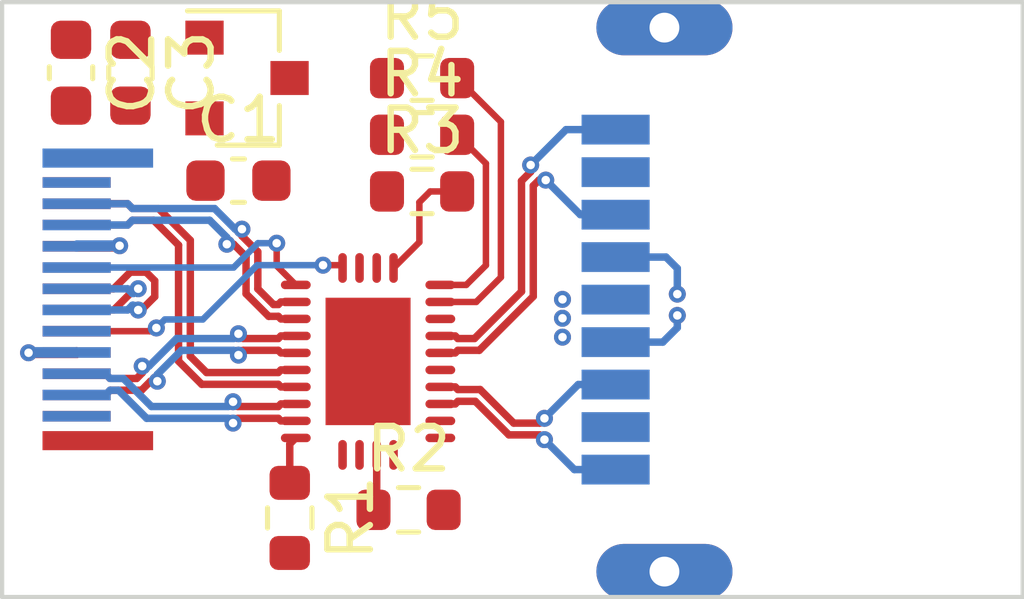
<source format=kicad_pcb>
(kicad_pcb (version 20171130) (host pcbnew "(5.1.10)-1")

  (general
    (thickness 0.8)
    (drawings 4)
    (tracks 230)
    (zones 0)
    (modules 12)
    (nets 25)
  )

  (page A4)
  (layers
    (0 F.Cu signal)
    (1 In1.Cu signal)
    (2 In2.Cu signal)
    (31 B.Cu signal)
    (32 B.Adhes user)
    (33 F.Adhes user)
    (34 B.Paste user)
    (35 F.Paste user)
    (36 B.SilkS user)
    (37 F.SilkS user)
    (38 B.Mask user)
    (39 F.Mask user)
    (40 Dwgs.User user hide)
    (41 Cmts.User user hide)
    (42 Eco1.User user hide)
    (43 Eco2.User user hide)
    (44 Edge.Cuts user)
    (45 Margin user)
    (46 B.CrtYd user hide)
    (47 F.CrtYd user hide)
    (48 B.Fab user hide)
    (49 F.Fab user hide)
  )

  (setup
    (last_trace_width 0.381)
    (user_trace_width 0.1016)
    (user_trace_width 0.127)
    (user_trace_width 0.1524)
    (user_trace_width 0.175006)
    (user_trace_width 0.2032)
    (user_trace_width 0.254)
    (user_trace_width 0.381)
    (user_trace_width 0.508)
    (trace_clearance 0.2)
    (zone_clearance 0.508)
    (zone_45_only no)
    (trace_min 0.1016)
    (via_size 0.4)
    (via_drill 0.2)
    (via_min_size 0)
    (via_min_drill 0)
    (user_via 0.01016 0.00508)
    (user_via 0.0127 0.00762)
    (uvia_size 0.3)
    (uvia_drill 0.1)
    (uvias_allowed no)
    (uvia_min_size 0.2)
    (uvia_min_drill 0.1)
    (edge_width 0.05)
    (segment_width 0.127)
    (pcb_text_width 0.3)
    (pcb_text_size 1.5 1.5)
    (mod_edge_width 0.12)
    (mod_text_size 1 1)
    (mod_text_width 0.15)
    (pad_size 1.524 1.524)
    (pad_drill 0.762)
    (pad_to_mask_clearance 0)
    (aux_axis_origin 0 0)
    (grid_origin 0 14)
    (visible_elements 7FFBFFFF)
    (pcbplotparams
      (layerselection 0x010fc_ffffffff)
      (usegerberextensions false)
      (usegerberattributes true)
      (usegerberadvancedattributes true)
      (creategerberjobfile true)
      (excludeedgelayer true)
      (linewidth 0.100000)
      (plotframeref false)
      (viasonmask false)
      (mode 1)
      (useauxorigin false)
      (hpglpennumber 1)
      (hpglpenspeed 20)
      (hpglpendiameter 15.000000)
      (psnegative false)
      (psa4output false)
      (plotreference true)
      (plotvalue true)
      (plotinvisibletext false)
      (padsonsilk false)
      (subtractmaskfromsilk false)
      (outputformat 1)
      (mirror false)
      (drillshape 1)
      (scaleselection 1)
      (outputdirectory ""))
  )

  (net 0 "")
  (net 1 GND)
  (net 2 VBUS)
  (net 3 VCC)
  (net 4 /TX1+)
  (net 5 /TX1-)
  (net 6 /CC1)
  (net 7 /D+)
  (net 8 /D-)
  (net 9 /RX2-)
  (net 10 /RX2+)
  (net 11 /TX2+)
  (net 12 /TX2-)
  (net 13 /CC2)
  (net 14 /RX1-)
  (net 15 /RX1+)
  (net 16 /TX+)
  (net 17 /TX-)
  (net 18 /RX+)
  (net 19 /RX-)
  (net 20 "Net-(R1-Pad1)")
  (net 21 "Net-(R2-Pad1)")
  (net 22 "Net-(R3-Pad2)")
  (net 23 "Net-(R4-Pad2)")
  (net 24 "Net-(R5-Pad2)")

  (net_class Default "This is the default net class."
    (clearance 0.2)
    (trace_width 0.25)
    (via_dia 0.4)
    (via_drill 0.2)
    (uvia_dia 0.3)
    (uvia_drill 0.1)
    (add_net /CC1)
    (add_net /CC2)
    (add_net GND)
    (add_net "Net-(R1-Pad1)")
    (add_net "Net-(R2-Pad1)")
    (add_net "Net-(R3-Pad2)")
    (add_net "Net-(R4-Pad2)")
    (add_net "Net-(R5-Pad2)")
    (add_net VBUS)
    (add_net VCC)
  )

  (net_class 90R_IN ""
    (clearance 0.1016)
    (trace_width 0.1016)
    (via_dia 0.4)
    (via_drill 0.2)
    (uvia_dia 0.3)
    (uvia_drill 0.1)
    (diff_pair_width 0.117602)
    (diff_pair_gap 0.1016)
    (add_net /D+)
    (add_net /D-)
  )

  (net_class 90R_OUT ""
    (clearance 0.1016)
    (trace_width 0.1016)
    (via_dia 0.4)
    (via_drill 0.2)
    (uvia_dia 0.3)
    (uvia_drill 0.1)
    (diff_pair_width 0.175006)
    (diff_pair_gap 0.1016)
    (add_net /RX+)
    (add_net /RX-)
    (add_net /RX1+)
    (add_net /RX1-)
    (add_net /RX2+)
    (add_net /RX2-)
    (add_net /TX+)
    (add_net /TX-)
    (add_net /TX1+)
    (add_net /TX1-)
    (add_net /TX2+)
    (add_net /TX2-)
  )

  (net_class POWER ""
    (clearance 0.1524)
    (trace_width 0.254)
    (via_dia 0.5)
    (via_drill 0.3)
    (uvia_dia 0.3)
    (uvia_drill 0.1)
  )

  (module VL160:USB-A-SMD_U231-091N-4BLRA00-S-1 (layer F.Cu) (tedit 61D7D0AA) (tstamp 61D557B4)
    (at 148 97 180)
    (path /61D5395C)
    (attr smd)
    (fp_text reference J2 (at 0 0) (layer Cmts.User) hide
      (effects (font (size 1.524 1.524) (thickness 0.05)) (justify mirror))
    )
    (fp_text value USB3_A (at 0 0) (layer Cmts.User) hide
      (effects (font (size 1.524 1.524) (thickness 0.05)) (justify mirror))
    )
    (pad 9 smd rect (at 0.57404 4.0005 270) (size 0.70104 1.6002) (layers B.Cu)
      (net 16 /TX+))
    (pad 1 smd rect (at 0.57404 2.99974 270) (size 0.70104 1.6002) (layers B.Cu)
      (net 2 VBUS))
    (pad 8 smd rect (at 0.57404 1.99898 270) (size 0.70104 1.6002) (layers B.Cu)
      (net 17 /TX-))
    (pad 2 smd rect (at 0.57404 1.00076 270) (size 0.70104 1.6002) (layers B.Cu)
      (net 8 /D-))
    (pad 7 smd rect (at 0.57404 0 270) (size 0.70104 1.6002) (layers B.Cu)
      (net 1 GND))
    (pad 3 smd rect (at 0.57404 -1.00076 270) (size 0.70104 1.6002) (layers B.Cu)
      (net 7 /D+))
    (pad 6 smd rect (at 0.57404 -1.99898 270) (size 0.70104 1.6002) (layers B.Cu)
      (net 18 /RX+))
    (pad 4 smd rect (at 0.57404 -2.99974 270) (size 0.70104 1.6002) (layers B.Cu)
      (net 1 GND))
    (pad 5 smd rect (at 0.57404 -4.0005 270) (size 0.70104 1.6002) (layers B.Cu)
      (net 19 /RX-))
    (pad 10 thru_hole oval (at -0.57404 6.4008 270) (size 1.30048 3.2004) (drill 0.70104) (layers *.Cu)
      (net 1 GND))
    (pad 11 thru_hole oval (at -0.57404 -6.4008 90) (size 1.30048 3.2004) (drill 0.70104) (layers *.Cu))
  )

  (module VL160:USB-C-SMD_TYPE-C-31-G-01 (layer F.Cu) (tedit 61D7D0BF) (tstamp 61D57A89)
    (at 135.001 96.9945 180)
    (path /61D5142D)
    (attr smd)
    (fp_text reference J1 (at 0 0) (layer F.CrtYd) hide
      (effects (font (size 1.524 1.524) (thickness 0.05)) (justify mirror))
    )
    (fp_text value USB_C_Receptacle (at 19.4945 -3.2385) (layer F.CrtYd) hide
      (effects (font (size 1.524 1.524) (thickness 0.05)) (justify mirror))
    )
    (pad A1 smd rect (at 0.24892 2.75082 90) (size 0.24892 1.6002) (layers B.Cu)
      (net 1 GND))
    (pad A2 smd rect (at 0.24892 2.25044 90) (size 0.24892 1.6002) (layers B.Cu)
      (net 4 /TX1+))
    (pad A3 smd rect (at 0.24892 1.75006 90) (size 0.24892 1.6002) (layers B.Cu)
      (net 5 /TX1-))
    (pad A4 smd rect (at 0.24892 1.24968 90) (size 0.24892 1.6002) (layers B.Cu)
      (net 2 VBUS))
    (pad A5 smd rect (at 0.24892 0.7493 90) (size 0.24892 1.6002) (layers B.Cu)
      (net 6 /CC1))
    (pad A6 smd rect (at 0.24892 0.24892 90) (size 0.24892 1.6002) (layers B.Cu)
      (net 7 /D+))
    (pad A7 smd rect (at 0.24892 -0.24892 90) (size 0.24892 1.6002) (layers B.Cu)
      (net 8 /D-))
    (pad A8 smd rect (at 0.24892 -0.7493 90) (size 0.24892 1.6002) (layers B.Cu))
    (pad A9 smd rect (at 0.24892 -1.24968 90) (size 0.24892 1.6002) (layers B.Cu)
      (net 2 VBUS))
    (pad A10 smd rect (at 0.24892 -1.75006 90) (size 0.24892 1.6002) (layers B.Cu)
      (net 9 /RX2-))
    (pad A11 smd rect (at 0.24892 -2.25044 90) (size 0.24892 1.6002) (layers B.Cu)
      (net 10 /RX2+))
    (pad A12 smd rect (at 0.24892 -2.75082 90) (size 0.24892 1.6002) (layers B.Cu)
      (net 1 GND))
    (pad S1 smd rect (at -0.24892 3.32486 90) (size 0.44958 2.60096) (layers B.Cu)
      (net 1 GND))
    (pad S1 smd rect (at -0.24892 -3.32486 90) (size 0.44958 2.60096) (layers F.Cu)
      (net 1 GND))
    (pad B1 smd rect (at 0.24892 -2.75082 90) (size 0.24892 1.6002) (layers F.Cu)
      (net 1 GND))
    (pad B2 smd rect (at 0.24892 -2.25044 90) (size 0.24892 1.6002) (layers F.Cu)
      (net 11 /TX2+))
    (pad B3 smd rect (at 0.24892 -1.75006 90) (size 0.24892 1.6002) (layers F.Cu)
      (net 12 /TX2-))
    (pad B4 smd rect (at 0.24892 -1.24968 90) (size 0.24892 1.6002) (layers F.Cu)
      (net 2 VBUS))
    (pad B5 smd rect (at 0.24892 -0.7493 90) (size 0.24892 1.6002) (layers F.Cu)
      (net 13 /CC2))
    (pad B6 smd rect (at 0.24892 -0.24892 90) (size 0.24892 1.6002) (layers F.Cu)
      (net 7 /D+))
    (pad B7 smd rect (at 0.24892 0.24892 90) (size 0.24892 1.6002) (layers F.Cu)
      (net 8 /D-))
    (pad B8 smd rect (at 0.24892 0.7493 90) (size 0.24892 1.6002) (layers F.Cu))
    (pad B9 smd rect (at 0.24892 1.24968 90) (size 0.24892 1.6002) (layers F.Cu)
      (net 2 VBUS))
    (pad B10 smd rect (at 0.24892 1.75006 90) (size 0.24892 1.6002) (layers F.Cu)
      (net 14 /RX1-))
    (pad B11 smd rect (at 0.24892 2.25044 90) (size 0.24892 1.6002) (layers F.Cu)
      (net 15 /RX1+))
    (pad B12 smd rect (at 0.24892 2.75082 90) (size 0.24892 1.6002) (layers F.Cu)
      (net 1 GND))
  )

  (module VL160:WQFN-28_L4.5-W3.5-H0.8-P0.4 (layer F.Cu) (tedit 61D7D0CC) (tstamp 61D55844)
    (at 141.605 98.455)
    (path /61D5D001)
    (attr smd)
    (fp_text reference U1 (at -5.207 -1.778) (layer F.CrtYd) hide
      (effects (font (size 1.524 1.524) (thickness 0.05)))
    )
    (fp_text value VL160 (at -23.1775 -0.9525) (layer F.CrtYd) hide
      (effects (font (size 1.524 1.524) (thickness 0.05)))
    )
    (pad 1 smd oval (at -1.69926 -1.80086) (size 0.70104 0.20066) (layers F.Cu)
      (net 6 /CC1))
    (pad 2 smd oval (at -1.69926 -1.39954) (size 0.70104 0.20066) (layers F.Cu)
      (net 4 /TX1+))
    (pad 3 smd oval (at -1.69926 -1.00076) (size 0.70104 0.20066) (layers F.Cu)
      (net 5 /TX1-))
    (pad 4 smd oval (at -1.69926 -0.59944) (size 0.70104 0.20066) (layers F.Cu)
      (net 12 /TX2-))
    (pad 5 smd oval (at -1.69926 -0.20066) (size 0.70104 0.20066) (layers F.Cu)
      (net 11 /TX2+))
    (pad 6 smd oval (at -1.69926 0.20066) (size 0.70104 0.20066) (layers F.Cu)
      (net 15 /RX1+))
    (pad 7 smd oval (at -1.69926 0.59944) (size 0.70104 0.20066) (layers F.Cu)
      (net 14 /RX1-))
    (pad 8 smd oval (at -1.69926 1.00076) (size 0.70104 0.20066) (layers F.Cu)
      (net 9 /RX2-))
    (pad 9 smd oval (at -1.69926 1.39954) (size 0.70104 0.20066) (layers F.Cu)
      (net 10 /RX2+))
    (pad 10 smd oval (at -1.69926 1.80086) (size 0.70104 0.20066) (layers F.Cu)
      (net 20 "Net-(R1-Pad1)"))
    (pad 29 smd rect (at 0 0) (size 1.99898 2.99974) (layers F.Cu))
    (pad 24 smd oval (at 1.69926 -1.80086) (size 0.70104 0.20066) (layers F.Cu)
      (net 23 "Net-(R4-Pad2)"))
    (pad 23 smd oval (at 1.69926 -1.39954) (size 0.70104 0.20066) (layers F.Cu)
      (net 24 "Net-(R5-Pad2)"))
    (pad 22 smd oval (at 1.69926 -1.00076) (size 0.70104 0.20066) (layers F.Cu))
    (pad 21 smd oval (at 1.69926 -0.59944) (size 0.70104 0.20066) (layers F.Cu)
      (net 16 /TX+))
    (pad 20 smd oval (at 1.69926 -0.20066) (size 0.70104 0.20066) (layers F.Cu)
      (net 17 /TX-))
    (pad 19 smd oval (at 1.69926 0.20066) (size 0.70104 0.20066) (layers F.Cu)
      (net 1 GND))
    (pad 18 smd oval (at 1.69926 0.59944) (size 0.70104 0.20066) (layers F.Cu)
      (net 18 /RX+))
    (pad 17 smd oval (at 1.69926 1.00076) (size 0.70104 0.20066) (layers F.Cu)
      (net 19 /RX-))
    (pad 16 smd oval (at 1.69926 1.39954) (size 0.70104 0.20066) (layers F.Cu))
    (pad 15 smd oval (at 1.69926 1.80086) (size 0.70104 0.20066) (layers F.Cu))
    (pad 28 smd oval (at -0.59944 -2.19964 90) (size 0.70104 0.20066) (layers F.Cu)
      (net 13 /CC2))
    (pad 27 smd oval (at -0.20066 -2.19964 90) (size 0.70104 0.20066) (layers F.Cu)
      (net 3 VCC))
    (pad 26 smd oval (at 0.2032 -2.19964 90) (size 0.70104 0.20066) (layers F.Cu)
      (net 3 VCC))
    (pad 25 smd oval (at 0.59944 -2.19964 90) (size 0.70104 0.20066) (layers F.Cu)
      (net 22 "Net-(R3-Pad2)"))
    (pad 11 smd oval (at -0.59944 2.19964 90) (size 0.70104 0.20066) (layers F.Cu))
    (pad 12 smd oval (at -0.20066 2.19964 90) (size 0.70104 0.20066) (layers F.Cu))
    (pad 13 smd oval (at 0.2032 2.19964 90) (size 0.70104 0.20066) (layers F.Cu)
      (net 21 "Net-(R2-Pad1)"))
    (pad 14 smd oval (at 0.59944 2.19964 90) (size 0.70104 0.20066) (layers F.Cu))
  )

  (module Package_TO_SOT_SMD:SOT-23 (layer F.Cu) (tedit 5A02FF57) (tstamp 61D55859)
    (at 138.759 91.785)
    (descr "SOT-23, Standard")
    (tags SOT-23)
    (path /61D7F2AC)
    (attr smd)
    (fp_text reference U2 (at 0 -2.5) (layer F.SilkS)
      (effects (font (size 1 1) (thickness 0.15)))
    )
    (fp_text value LM3480-5.0 (at 0 2.5) (layer F.Fab)
      (effects (font (size 1 1) (thickness 0.15)))
    )
    (fp_text user %R (at 0 0 90) (layer F.Fab)
      (effects (font (size 0.5 0.5) (thickness 0.075)))
    )
    (fp_line (start -0.7 -0.95) (end -0.7 1.5) (layer F.Fab) (width 0.1))
    (fp_line (start -0.15 -1.52) (end 0.7 -1.52) (layer F.Fab) (width 0.1))
    (fp_line (start -0.7 -0.95) (end -0.15 -1.52) (layer F.Fab) (width 0.1))
    (fp_line (start 0.7 -1.52) (end 0.7 1.52) (layer F.Fab) (width 0.1))
    (fp_line (start -0.7 1.52) (end 0.7 1.52) (layer F.Fab) (width 0.1))
    (fp_line (start 0.76 1.58) (end 0.76 0.65) (layer F.SilkS) (width 0.12))
    (fp_line (start 0.76 -1.58) (end 0.76 -0.65) (layer F.SilkS) (width 0.12))
    (fp_line (start -1.7 -1.75) (end 1.7 -1.75) (layer F.CrtYd) (width 0.05))
    (fp_line (start 1.7 -1.75) (end 1.7 1.75) (layer F.CrtYd) (width 0.05))
    (fp_line (start 1.7 1.75) (end -1.7 1.75) (layer F.CrtYd) (width 0.05))
    (fp_line (start -1.7 1.75) (end -1.7 -1.75) (layer F.CrtYd) (width 0.05))
    (fp_line (start 0.76 -1.58) (end -1.4 -1.58) (layer F.SilkS) (width 0.12))
    (fp_line (start 0.76 1.58) (end -0.7 1.58) (layer F.SilkS) (width 0.12))
    (pad 3 smd rect (at 1 0) (size 0.9 0.8) (layers F.Cu F.Paste F.Mask)
      (net 1 GND))
    (pad 2 smd rect (at -1 0.95) (size 0.9 0.8) (layers F.Cu F.Paste F.Mask)
      (net 2 VBUS))
    (pad 1 smd rect (at -1 -0.95) (size 0.9 0.8) (layers F.Cu F.Paste F.Mask)
      (net 3 VCC))
    (model ${KISYS3DMOD}/Package_TO_SOT_SMD.3dshapes/SOT-23.wrl
      (at (xyz 0 0 0))
      (scale (xyz 1 1 1))
      (rotate (xyz 0 0 0))
    )
  )

  (module Resistor_SMD:R_0603_1608Metric (layer F.Cu) (tedit 5F68FEEE) (tstamp 61D55809)
    (at 142.875 91.7875)
    (descr "Resistor SMD 0603 (1608 Metric), square (rectangular) end terminal, IPC_7351 nominal, (Body size source: IPC-SM-782 page 72, https://www.pcb-3d.com/wordpress/wp-content/uploads/ipc-sm-782a_amendment_1_and_2.pdf), generated with kicad-footprint-generator")
    (tags resistor)
    (path /61D73269)
    (attr smd)
    (fp_text reference R5 (at 0 -1.43) (layer F.SilkS)
      (effects (font (size 1 1) (thickness 0.15)))
    )
    (fp_text value 10K (at 0 1.43) (layer F.Fab)
      (effects (font (size 1 1) (thickness 0.15)))
    )
    (fp_text user %R (at 0 0) (layer F.Fab)
      (effects (font (size 0.4 0.4) (thickness 0.06)))
    )
    (fp_line (start -0.8 0.4125) (end -0.8 -0.4125) (layer F.Fab) (width 0.1))
    (fp_line (start -0.8 -0.4125) (end 0.8 -0.4125) (layer F.Fab) (width 0.1))
    (fp_line (start 0.8 -0.4125) (end 0.8 0.4125) (layer F.Fab) (width 0.1))
    (fp_line (start 0.8 0.4125) (end -0.8 0.4125) (layer F.Fab) (width 0.1))
    (fp_line (start -0.237258 -0.5225) (end 0.237258 -0.5225) (layer F.SilkS) (width 0.12))
    (fp_line (start -0.237258 0.5225) (end 0.237258 0.5225) (layer F.SilkS) (width 0.12))
    (fp_line (start -1.48 0.73) (end -1.48 -0.73) (layer F.CrtYd) (width 0.05))
    (fp_line (start -1.48 -0.73) (end 1.48 -0.73) (layer F.CrtYd) (width 0.05))
    (fp_line (start 1.48 -0.73) (end 1.48 0.73) (layer F.CrtYd) (width 0.05))
    (fp_line (start 1.48 0.73) (end -1.48 0.73) (layer F.CrtYd) (width 0.05))
    (pad 2 smd roundrect (at 0.825 0) (size 0.8 0.95) (layers F.Cu F.Paste F.Mask) (roundrect_rratio 0.25)
      (net 24 "Net-(R5-Pad2)"))
    (pad 1 smd roundrect (at -0.825 0) (size 0.8 0.95) (layers F.Cu F.Paste F.Mask) (roundrect_rratio 0.25)
      (net 3 VCC))
    (model ${KISYS3DMOD}/Resistor_SMD.3dshapes/R_0603_1608Metric.wrl
      (at (xyz 0 0 0))
      (scale (xyz 1 1 1))
      (rotate (xyz 0 0 0))
    )
  )

  (module Resistor_SMD:R_0603_1608Metric (layer F.Cu) (tedit 5F68FEEE) (tstamp 61D557F8)
    (at 142.875 93.121)
    (descr "Resistor SMD 0603 (1608 Metric), square (rectangular) end terminal, IPC_7351 nominal, (Body size source: IPC-SM-782 page 72, https://www.pcb-3d.com/wordpress/wp-content/uploads/ipc-sm-782a_amendment_1_and_2.pdf), generated with kicad-footprint-generator")
    (tags resistor)
    (path /61D7387F)
    (attr smd)
    (fp_text reference R4 (at 0 -1.43) (layer F.SilkS)
      (effects (font (size 1 1) (thickness 0.15)))
    )
    (fp_text value 10K (at 0 1.43) (layer F.Fab)
      (effects (font (size 1 1) (thickness 0.15)))
    )
    (fp_text user %R (at 0 0) (layer F.Fab)
      (effects (font (size 0.4 0.4) (thickness 0.06)))
    )
    (fp_line (start -0.8 0.4125) (end -0.8 -0.4125) (layer F.Fab) (width 0.1))
    (fp_line (start -0.8 -0.4125) (end 0.8 -0.4125) (layer F.Fab) (width 0.1))
    (fp_line (start 0.8 -0.4125) (end 0.8 0.4125) (layer F.Fab) (width 0.1))
    (fp_line (start 0.8 0.4125) (end -0.8 0.4125) (layer F.Fab) (width 0.1))
    (fp_line (start -0.237258 -0.5225) (end 0.237258 -0.5225) (layer F.SilkS) (width 0.12))
    (fp_line (start -0.237258 0.5225) (end 0.237258 0.5225) (layer F.SilkS) (width 0.12))
    (fp_line (start -1.48 0.73) (end -1.48 -0.73) (layer F.CrtYd) (width 0.05))
    (fp_line (start -1.48 -0.73) (end 1.48 -0.73) (layer F.CrtYd) (width 0.05))
    (fp_line (start 1.48 -0.73) (end 1.48 0.73) (layer F.CrtYd) (width 0.05))
    (fp_line (start 1.48 0.73) (end -1.48 0.73) (layer F.CrtYd) (width 0.05))
    (pad 2 smd roundrect (at 0.825 0) (size 0.8 0.95) (layers F.Cu F.Paste F.Mask) (roundrect_rratio 0.25)
      (net 23 "Net-(R4-Pad2)"))
    (pad 1 smd roundrect (at -0.825 0) (size 0.8 0.95) (layers F.Cu F.Paste F.Mask) (roundrect_rratio 0.25)
      (net 3 VCC))
    (model ${KISYS3DMOD}/Resistor_SMD.3dshapes/R_0603_1608Metric.wrl
      (at (xyz 0 0 0))
      (scale (xyz 1 1 1))
      (rotate (xyz 0 0 0))
    )
  )

  (module Resistor_SMD:R_0603_1608Metric (layer F.Cu) (tedit 5F68FEEE) (tstamp 61D557E7)
    (at 142.875 94.4545)
    (descr "Resistor SMD 0603 (1608 Metric), square (rectangular) end terminal, IPC_7351 nominal, (Body size source: IPC-SM-782 page 72, https://www.pcb-3d.com/wordpress/wp-content/uploads/ipc-sm-782a_amendment_1_and_2.pdf), generated with kicad-footprint-generator")
    (tags resistor)
    (path /61D74004)
    (attr smd)
    (fp_text reference R3 (at 0 -1.43) (layer F.SilkS)
      (effects (font (size 1 1) (thickness 0.15)))
    )
    (fp_text value 10K (at 0 1.43) (layer F.Fab)
      (effects (font (size 1 1) (thickness 0.15)))
    )
    (fp_text user %R (at 0 0) (layer F.Fab)
      (effects (font (size 0.4 0.4) (thickness 0.06)))
    )
    (fp_line (start -0.8 0.4125) (end -0.8 -0.4125) (layer F.Fab) (width 0.1))
    (fp_line (start -0.8 -0.4125) (end 0.8 -0.4125) (layer F.Fab) (width 0.1))
    (fp_line (start 0.8 -0.4125) (end 0.8 0.4125) (layer F.Fab) (width 0.1))
    (fp_line (start 0.8 0.4125) (end -0.8 0.4125) (layer F.Fab) (width 0.1))
    (fp_line (start -0.237258 -0.5225) (end 0.237258 -0.5225) (layer F.SilkS) (width 0.12))
    (fp_line (start -0.237258 0.5225) (end 0.237258 0.5225) (layer F.SilkS) (width 0.12))
    (fp_line (start -1.48 0.73) (end -1.48 -0.73) (layer F.CrtYd) (width 0.05))
    (fp_line (start -1.48 -0.73) (end 1.48 -0.73) (layer F.CrtYd) (width 0.05))
    (fp_line (start 1.48 -0.73) (end 1.48 0.73) (layer F.CrtYd) (width 0.05))
    (fp_line (start 1.48 0.73) (end -1.48 0.73) (layer F.CrtYd) (width 0.05))
    (pad 2 smd roundrect (at 0.825 0) (size 0.8 0.95) (layers F.Cu F.Paste F.Mask) (roundrect_rratio 0.25)
      (net 22 "Net-(R3-Pad2)"))
    (pad 1 smd roundrect (at -0.825 0) (size 0.8 0.95) (layers F.Cu F.Paste F.Mask) (roundrect_rratio 0.25)
      (net 3 VCC))
    (model ${KISYS3DMOD}/Resistor_SMD.3dshapes/R_0603_1608Metric.wrl
      (at (xyz 0 0 0))
      (scale (xyz 1 1 1))
      (rotate (xyz 0 0 0))
    )
  )

  (module Resistor_SMD:R_0603_1608Metric (layer F.Cu) (tedit 5F68FEEE) (tstamp 61D557D6)
    (at 142.5575 101.9475)
    (descr "Resistor SMD 0603 (1608 Metric), square (rectangular) end terminal, IPC_7351 nominal, (Body size source: IPC-SM-782 page 72, https://www.pcb-3d.com/wordpress/wp-content/uploads/ipc-sm-782a_amendment_1_and_2.pdf), generated with kicad-footprint-generator")
    (tags resistor)
    (path /61D672EE)
    (attr smd)
    (fp_text reference R2 (at 0 -1.43) (layer F.SilkS)
      (effects (font (size 1 1) (thickness 0.15)))
    )
    (fp_text value 10K (at 0 1.43) (layer F.Fab)
      (effects (font (size 1 1) (thickness 0.15)))
    )
    (fp_text user %R (at 0 0) (layer F.Fab)
      (effects (font (size 0.4 0.4) (thickness 0.06)))
    )
    (fp_line (start -0.8 0.4125) (end -0.8 -0.4125) (layer F.Fab) (width 0.1))
    (fp_line (start -0.8 -0.4125) (end 0.8 -0.4125) (layer F.Fab) (width 0.1))
    (fp_line (start 0.8 -0.4125) (end 0.8 0.4125) (layer F.Fab) (width 0.1))
    (fp_line (start 0.8 0.4125) (end -0.8 0.4125) (layer F.Fab) (width 0.1))
    (fp_line (start -0.237258 -0.5225) (end 0.237258 -0.5225) (layer F.SilkS) (width 0.12))
    (fp_line (start -0.237258 0.5225) (end 0.237258 0.5225) (layer F.SilkS) (width 0.12))
    (fp_line (start -1.48 0.73) (end -1.48 -0.73) (layer F.CrtYd) (width 0.05))
    (fp_line (start -1.48 -0.73) (end 1.48 -0.73) (layer F.CrtYd) (width 0.05))
    (fp_line (start 1.48 -0.73) (end 1.48 0.73) (layer F.CrtYd) (width 0.05))
    (fp_line (start 1.48 0.73) (end -1.48 0.73) (layer F.CrtYd) (width 0.05))
    (pad 2 smd roundrect (at 0.825 0) (size 0.8 0.95) (layers F.Cu F.Paste F.Mask) (roundrect_rratio 0.25)
      (net 1 GND))
    (pad 1 smd roundrect (at -0.825 0) (size 0.8 0.95) (layers F.Cu F.Paste F.Mask) (roundrect_rratio 0.25)
      (net 21 "Net-(R2-Pad1)"))
    (model ${KISYS3DMOD}/Resistor_SMD.3dshapes/R_0603_1608Metric.wrl
      (at (xyz 0 0 0))
      (scale (xyz 1 1 1))
      (rotate (xyz 0 0 0))
    )
  )

  (module Resistor_SMD:R_0603_1608Metric (layer F.Cu) (tedit 5F68FEEE) (tstamp 61D557C5)
    (at 139.7635 102.138 270)
    (descr "Resistor SMD 0603 (1608 Metric), square (rectangular) end terminal, IPC_7351 nominal, (Body size source: IPC-SM-782 page 72, https://www.pcb-3d.com/wordpress/wp-content/uploads/ipc-sm-782a_amendment_1_and_2.pdf), generated with kicad-footprint-generator")
    (tags resistor)
    (path /61D6615C)
    (attr smd)
    (fp_text reference R1 (at 0 -1.43 90) (layer F.SilkS)
      (effects (font (size 1 1) (thickness 0.15)))
    )
    (fp_text value 20.5K (at 0 1.43 90) (layer F.Fab)
      (effects (font (size 1 1) (thickness 0.15)))
    )
    (fp_text user %R (at 0 0 90) (layer F.Fab)
      (effects (font (size 0.4 0.4) (thickness 0.06)))
    )
    (fp_line (start -0.8 0.4125) (end -0.8 -0.4125) (layer F.Fab) (width 0.1))
    (fp_line (start -0.8 -0.4125) (end 0.8 -0.4125) (layer F.Fab) (width 0.1))
    (fp_line (start 0.8 -0.4125) (end 0.8 0.4125) (layer F.Fab) (width 0.1))
    (fp_line (start 0.8 0.4125) (end -0.8 0.4125) (layer F.Fab) (width 0.1))
    (fp_line (start -0.237258 -0.5225) (end 0.237258 -0.5225) (layer F.SilkS) (width 0.12))
    (fp_line (start -0.237258 0.5225) (end 0.237258 0.5225) (layer F.SilkS) (width 0.12))
    (fp_line (start -1.48 0.73) (end -1.48 -0.73) (layer F.CrtYd) (width 0.05))
    (fp_line (start -1.48 -0.73) (end 1.48 -0.73) (layer F.CrtYd) (width 0.05))
    (fp_line (start 1.48 -0.73) (end 1.48 0.73) (layer F.CrtYd) (width 0.05))
    (fp_line (start 1.48 0.73) (end -1.48 0.73) (layer F.CrtYd) (width 0.05))
    (pad 2 smd roundrect (at 0.825 0 270) (size 0.8 0.95) (layers F.Cu F.Paste F.Mask) (roundrect_rratio 0.25)
      (net 1 GND))
    (pad 1 smd roundrect (at -0.825 0 270) (size 0.8 0.95) (layers F.Cu F.Paste F.Mask) (roundrect_rratio 0.25)
      (net 20 "Net-(R1-Pad1)"))
    (model ${KISYS3DMOD}/Resistor_SMD.3dshapes/R_0603_1608Metric.wrl
      (at (xyz 0 0 0))
      (scale (xyz 1 1 1))
      (rotate (xyz 0 0 0))
    )
  )

  (module Capacitor_SMD:C_0603_1608Metric (layer F.Cu) (tedit 5F68FEEE) (tstamp 61D55787)
    (at 136.017 91.6605 270)
    (descr "Capacitor SMD 0603 (1608 Metric), square (rectangular) end terminal, IPC_7351 nominal, (Body size source: IPC-SM-782 page 76, https://www.pcb-3d.com/wordpress/wp-content/uploads/ipc-sm-782a_amendment_1_and_2.pdf), generated with kicad-footprint-generator")
    (tags capacitor)
    (path /61D80913)
    (attr smd)
    (fp_text reference C3 (at 0 -1.43 90) (layer F.SilkS)
      (effects (font (size 1 1) (thickness 0.15)))
    )
    (fp_text value 100nF (at 0 1.43 90) (layer F.Fab)
      (effects (font (size 1 1) (thickness 0.15)))
    )
    (fp_text user %R (at 0 0 90) (layer F.Fab)
      (effects (font (size 0.4 0.4) (thickness 0.06)))
    )
    (fp_line (start -0.8 0.4) (end -0.8 -0.4) (layer F.Fab) (width 0.1))
    (fp_line (start -0.8 -0.4) (end 0.8 -0.4) (layer F.Fab) (width 0.1))
    (fp_line (start 0.8 -0.4) (end 0.8 0.4) (layer F.Fab) (width 0.1))
    (fp_line (start 0.8 0.4) (end -0.8 0.4) (layer F.Fab) (width 0.1))
    (fp_line (start -0.14058 -0.51) (end 0.14058 -0.51) (layer F.SilkS) (width 0.12))
    (fp_line (start -0.14058 0.51) (end 0.14058 0.51) (layer F.SilkS) (width 0.12))
    (fp_line (start -1.48 0.73) (end -1.48 -0.73) (layer F.CrtYd) (width 0.05))
    (fp_line (start -1.48 -0.73) (end 1.48 -0.73) (layer F.CrtYd) (width 0.05))
    (fp_line (start 1.48 -0.73) (end 1.48 0.73) (layer F.CrtYd) (width 0.05))
    (fp_line (start 1.48 0.73) (end -1.48 0.73) (layer F.CrtYd) (width 0.05))
    (pad 2 smd roundrect (at 0.775 0 270) (size 0.9 0.95) (layers F.Cu F.Paste F.Mask) (roundrect_rratio 0.25)
      (net 1 GND))
    (pad 1 smd roundrect (at -0.775 0 270) (size 0.9 0.95) (layers F.Cu F.Paste F.Mask) (roundrect_rratio 0.25)
      (net 3 VCC))
    (model ${KISYS3DMOD}/Capacitor_SMD.3dshapes/C_0603_1608Metric.wrl
      (at (xyz 0 0 0))
      (scale (xyz 1 1 1))
      (rotate (xyz 0 0 0))
    )
  )

  (module Capacitor_SMD:C_0603_1608Metric (layer F.Cu) (tedit 5F68FEEE) (tstamp 61D55776)
    (at 134.62 91.6605 270)
    (descr "Capacitor SMD 0603 (1608 Metric), square (rectangular) end terminal, IPC_7351 nominal, (Body size source: IPC-SM-782 page 76, https://www.pcb-3d.com/wordpress/wp-content/uploads/ipc-sm-782a_amendment_1_and_2.pdf), generated with kicad-footprint-generator")
    (tags capacitor)
    (path /61D804DE)
    (attr smd)
    (fp_text reference C2 (at 0 -1.43 90) (layer F.SilkS)
      (effects (font (size 1 1) (thickness 0.15)))
    )
    (fp_text value 10uF (at 0 1.43 90) (layer F.Fab)
      (effects (font (size 1 1) (thickness 0.15)))
    )
    (fp_text user %R (at 0 0 90) (layer F.Fab)
      (effects (font (size 0.4 0.4) (thickness 0.06)))
    )
    (fp_line (start -0.8 0.4) (end -0.8 -0.4) (layer F.Fab) (width 0.1))
    (fp_line (start -0.8 -0.4) (end 0.8 -0.4) (layer F.Fab) (width 0.1))
    (fp_line (start 0.8 -0.4) (end 0.8 0.4) (layer F.Fab) (width 0.1))
    (fp_line (start 0.8 0.4) (end -0.8 0.4) (layer F.Fab) (width 0.1))
    (fp_line (start -0.14058 -0.51) (end 0.14058 -0.51) (layer F.SilkS) (width 0.12))
    (fp_line (start -0.14058 0.51) (end 0.14058 0.51) (layer F.SilkS) (width 0.12))
    (fp_line (start -1.48 0.73) (end -1.48 -0.73) (layer F.CrtYd) (width 0.05))
    (fp_line (start -1.48 -0.73) (end 1.48 -0.73) (layer F.CrtYd) (width 0.05))
    (fp_line (start 1.48 -0.73) (end 1.48 0.73) (layer F.CrtYd) (width 0.05))
    (fp_line (start 1.48 0.73) (end -1.48 0.73) (layer F.CrtYd) (width 0.05))
    (pad 2 smd roundrect (at 0.775 0 270) (size 0.9 0.95) (layers F.Cu F.Paste F.Mask) (roundrect_rratio 0.25)
      (net 1 GND))
    (pad 1 smd roundrect (at -0.775 0 270) (size 0.9 0.95) (layers F.Cu F.Paste F.Mask) (roundrect_rratio 0.25)
      (net 3 VCC))
    (model ${KISYS3DMOD}/Capacitor_SMD.3dshapes/C_0603_1608Metric.wrl
      (at (xyz 0 0 0))
      (scale (xyz 1 1 1))
      (rotate (xyz 0 0 0))
    )
  )

  (module Capacitor_SMD:C_0603_1608Metric (layer F.Cu) (tedit 5F68FEEE) (tstamp 61D55765)
    (at 138.557 94.2005)
    (descr "Capacitor SMD 0603 (1608 Metric), square (rectangular) end terminal, IPC_7351 nominal, (Body size source: IPC-SM-782 page 76, https://www.pcb-3d.com/wordpress/wp-content/uploads/ipc-sm-782a_amendment_1_and_2.pdf), generated with kicad-footprint-generator")
    (tags capacitor)
    (path /61D80009)
    (attr smd)
    (fp_text reference C1 (at 0 -1.43) (layer F.SilkS)
      (effects (font (size 1 1) (thickness 0.15)))
    )
    (fp_text value 1uF (at 0 1.43) (layer F.Fab)
      (effects (font (size 1 1) (thickness 0.15)))
    )
    (fp_text user %R (at 0 0) (layer F.Fab)
      (effects (font (size 0.4 0.4) (thickness 0.06)))
    )
    (fp_line (start -0.8 0.4) (end -0.8 -0.4) (layer F.Fab) (width 0.1))
    (fp_line (start -0.8 -0.4) (end 0.8 -0.4) (layer F.Fab) (width 0.1))
    (fp_line (start 0.8 -0.4) (end 0.8 0.4) (layer F.Fab) (width 0.1))
    (fp_line (start 0.8 0.4) (end -0.8 0.4) (layer F.Fab) (width 0.1))
    (fp_line (start -0.14058 -0.51) (end 0.14058 -0.51) (layer F.SilkS) (width 0.12))
    (fp_line (start -0.14058 0.51) (end 0.14058 0.51) (layer F.SilkS) (width 0.12))
    (fp_line (start -1.48 0.73) (end -1.48 -0.73) (layer F.CrtYd) (width 0.05))
    (fp_line (start -1.48 -0.73) (end 1.48 -0.73) (layer F.CrtYd) (width 0.05))
    (fp_line (start 1.48 -0.73) (end 1.48 0.73) (layer F.CrtYd) (width 0.05))
    (fp_line (start 1.48 0.73) (end -1.48 0.73) (layer F.CrtYd) (width 0.05))
    (pad 2 smd roundrect (at 0.775 0) (size 0.9 0.95) (layers F.Cu F.Paste F.Mask) (roundrect_rratio 0.25)
      (net 1 GND))
    (pad 1 smd roundrect (at -0.775 0) (size 0.9 0.95) (layers F.Cu F.Paste F.Mask) (roundrect_rratio 0.25)
      (net 2 VBUS))
    (model ${KISYS3DMOD}/Capacitor_SMD.3dshapes/C_0603_1608Metric.wrl
      (at (xyz 0 0 0))
      (scale (xyz 1 1 1))
      (rotate (xyz 0 0 0))
    )
  )

  (gr_line (start 157 104) (end 157 90) (layer Edge.Cuts) (width 0.1) (tstamp 61D56DEF))
  (gr_line (start 133 104) (end 157 104) (layer Edge.Cuts) (width 0.1) (tstamp 61D56DE9))
  (gr_line (start 133 90) (end 133 104) (layer Edge.Cuts) (width 0.1) (tstamp 61D56DEC))
  (gr_line (start 133 90) (end 157 90) (layer Edge.Cuts) (width 0.1) (tstamp 61D56DE6))

  (via (at 146.177 97.439) (size 0.4) (drill 0.2) (layers F.Cu B.Cu) (net 0) (tstamp 61D83551))
  (via (at 146.177 97.8835) (size 0.4) (drill 0.2) (layers F.Cu B.Cu) (net 0) (tstamp 61D83551))
  (via (at 146.177 96.9945) (size 0.4) (drill 0.2) (layers F.Cu B.Cu) (net 1))
  (via (at 135.763 95.731943) (size 0.4) (drill 0.2) (layers F.Cu B.Cu) (net 2))
  (segment (start 135.750123 95.74482) (end 135.763 95.731943) (width 0.254) (layer F.Cu) (net 2))
  (segment (start 134.75208 95.74482) (end 135.750123 95.74482) (width 0.254) (layer F.Cu) (net 2))
  (segment (start 134.764957 95.731943) (end 134.75208 95.74482) (width 0.254) (layer B.Cu) (net 2))
  (segment (start 135.763 95.731943) (end 134.764957 95.731943) (width 0.254) (layer B.Cu) (net 2))
  (via (at 133.621891 98.251387) (size 0.4) (drill 0.2) (layers F.Cu B.Cu) (net 2))
  (segment (start 133.629098 98.24418) (end 133.621891 98.251387) (width 0.254) (layer B.Cu) (net 2))
  (segment (start 134.75208 98.24418) (end 133.629098 98.24418) (width 0.254) (layer B.Cu) (net 2))
  (segment (start 134.744873 98.251387) (end 134.75208 98.24418) (width 0.254) (layer F.Cu) (net 2))
  (segment (start 133.621891 98.251387) (end 134.744873 98.251387) (width 0.254) (layer F.Cu) (net 2))
  (segment (start 133.621891 98.251387) (end 133.621891 96.151109) (width 0.381) (layer In1.Cu) (net 2))
  (segment (start 134.041057 95.731943) (end 135.763 95.731943) (width 0.381) (layer In1.Cu) (net 2))
  (segment (start 133.621891 96.151109) (end 134.041057 95.731943) (width 0.381) (layer In1.Cu) (net 2))
  (segment (start 136.064118 94.855947) (end 137.994114 94.855947) (width 0.175006) (layer B.Cu) (net 4))
  (segment (start 135.952231 94.74406) (end 136.064118 94.855947) (width 0.175006) (layer B.Cu) (net 4))
  (segment (start 134.75208 94.74406) (end 135.952231 94.74406) (width 0.175006) (layer B.Cu) (net 4))
  (segment (start 138.480117 95.34195) (end 138.639213 95.34195) (width 0.175006) (layer B.Cu) (net 4))
  (segment (start 137.994114 94.855947) (end 138.480117 95.34195) (width 0.175006) (layer B.Cu) (net 4))
  (via (at 138.639213 95.34195) (size 0.4) (drill 0.2) (layers F.Cu B.Cu) (net 4))
  (segment (start 138.639213 95.501046) (end 139.012803 95.874636) (width 0.175006) (layer F.Cu) (net 4))
  (segment (start 138.639213 95.34195) (end 138.639213 95.501046) (width 0.175006) (layer F.Cu) (net 4))
  (segment (start 139.012803 95.874636) (end 139.012803 96.747721) (width 0.175006) (layer F.Cu) (net 4))
  (segment (start 139.55522 97.05546) (end 139.90574 97.05546) (width 0.175006) (layer F.Cu) (net 4))
  (segment (start 139.494133 97.116547) (end 139.55522 97.05546) (width 0.175006) (layer F.Cu) (net 4))
  (segment (start 139.381629 97.116547) (end 139.494133 97.116547) (width 0.175006) (layer F.Cu) (net 4))
  (segment (start 139.012803 96.747721) (end 139.381629 97.116547) (width 0.175006) (layer F.Cu) (net 4))
  (segment (start 138.284527 95.53754) (end 138.284527 95.696636) (width 0.175006) (layer B.Cu) (net 5))
  (segment (start 135.952231 95.24444) (end 136.064118 95.132553) (width 0.175006) (layer B.Cu) (net 5))
  (segment (start 134.75208 95.24444) (end 135.952231 95.24444) (width 0.175006) (layer B.Cu) (net 5))
  (segment (start 136.064118 95.132553) (end 137.87954 95.132553) (width 0.175006) (layer B.Cu) (net 5))
  (via (at 138.284527 95.696636) (size 0.4) (drill 0.2) (layers F.Cu B.Cu) (net 5))
  (segment (start 137.87954 95.132553) (end 138.284527 95.53754) (width 0.175006) (layer B.Cu) (net 5))
  (segment (start 138.443623 95.696636) (end 138.736197 95.98921) (width 0.175006) (layer F.Cu) (net 5))
  (segment (start 138.284527 95.696636) (end 138.443623 95.696636) (width 0.175006) (layer F.Cu) (net 5))
  (segment (start 138.736197 95.98921) (end 138.736197 96.862295) (width 0.175006) (layer F.Cu) (net 5))
  (segment (start 139.494133 97.393153) (end 139.55522 97.45424) (width 0.175006) (layer F.Cu) (net 5))
  (segment (start 139.55522 97.45424) (end 139.90574 97.45424) (width 0.175006) (layer F.Cu) (net 5))
  (segment (start 139.267055 97.393153) (end 139.494133 97.393153) (width 0.175006) (layer F.Cu) (net 5))
  (segment (start 138.736197 96.862295) (end 139.267055 97.393153) (width 0.175006) (layer F.Cu) (net 5))
  (segment (start 134.75208 96.2452) (end 136.360075 96.2452) (width 0.1524) (layer B.Cu) (net 6))
  (via (at 139.456341 95.672316) (size 0.4) (drill 0.2) (layers F.Cu B.Cu) (net 6))
  (segment (start 139.015774 95.672316) (end 139.456341 95.672316) (width 0.1524) (layer B.Cu) (net 6))
  (segment (start 138.44289 96.2452) (end 139.015774 95.672316) (width 0.1524) (layer B.Cu) (net 6))
  (segment (start 136.360075 96.2452) (end 138.44289 96.2452) (width 0.1524) (layer B.Cu) (net 6))
  (segment (start 139.456341 96.204741) (end 139.90574 96.65414) (width 0.1524) (layer F.Cu) (net 6))
  (segment (start 139.456341 95.672316) (end 139.456341 96.204741) (width 0.1524) (layer F.Cu) (net 6))
  (segment (start 135.952231 96.74558) (end 136.062848 96.856197) (width 0.175006) (layer B.Cu) (net 7))
  (segment (start 136.087268 96.856197) (end 136.199765 96.7437) (width 0.175006) (layer B.Cu) (net 7))
  (segment (start 134.75208 96.74558) (end 135.952231 96.74558) (width 0.175006) (layer B.Cu) (net 7))
  (segment (start 136.062848 96.856197) (end 136.087268 96.856197) (width 0.175006) (layer B.Cu) (net 7))
  (via (at 136.199765 96.7437) (size 0.4) (drill 0.2) (layers F.Cu B.Cu) (net 7))
  (segment (start 136.12549 96.7437) (end 136.199765 96.7437) (width 0.175006) (layer F.Cu) (net 7))
  (segment (start 135.62577 97.24342) (end 136.12549 96.7437) (width 0.175006) (layer F.Cu) (net 7))
  (segment (start 134.75208 97.24342) (end 135.62577 97.24342) (width 0.175006) (layer F.Cu) (net 7))
  (segment (start 149.018061 97.231101) (end 148.876862 97.3723) (width 0.117602) (layer In1.Cu) (net 7))
  (via (at 148.876862 97.3723) (size 0.4) (drill 0.2) (layers F.Cu B.Cu) (net 7))
  (segment (start 149.143399 95.487899) (end 149.675123 96.019623) (width 0.117602) (layer In1.Cu) (net 7))
  (segment (start 138.892601 96.884899) (end 140.289601 95.487899) (width 0.117602) (layer In1.Cu) (net 7))
  (segment (start 136.199765 96.7437) (end 136.340964 96.884899) (width 0.117602) (layer In1.Cu) (net 7))
  (segment (start 149.226328 97.231101) (end 149.018061 97.231101) (width 0.117602) (layer In1.Cu) (net 7))
  (segment (start 136.340964 96.884899) (end 138.892601 96.884899) (width 0.117602) (layer In1.Cu) (net 7))
  (segment (start 149.675123 96.782306) (end 149.226328 97.231101) (width 0.117602) (layer In1.Cu) (net 7))
  (segment (start 140.289601 95.487899) (end 149.143399 95.487899) (width 0.117602) (layer In1.Cu) (net 7))
  (segment (start 149.675123 96.019623) (end 149.675123 96.782306) (width 0.117602) (layer In1.Cu) (net 7))
  (segment (start 147.42596 98.00076) (end 148.53624 98.00076) (width 0.175006) (layer B.Cu) (net 7))
  (segment (start 148.876862 97.660138) (end 148.876862 97.3723) (width 0.175006) (layer B.Cu) (net 7))
  (segment (start 148.53624 98.00076) (end 148.876862 97.660138) (width 0.175006) (layer B.Cu) (net 7))
  (segment (start 136.087268 97.132803) (end 136.199765 97.2453) (width 0.175006) (layer B.Cu) (net 8))
  (segment (start 136.062848 97.132803) (end 136.087268 97.132803) (width 0.175006) (layer B.Cu) (net 8))
  (segment (start 135.952231 97.24342) (end 136.062848 97.132803) (width 0.175006) (layer B.Cu) (net 8))
  (segment (start 134.75208 97.24342) (end 135.952231 97.24342) (width 0.175006) (layer B.Cu) (net 8))
  (via (at 136.199765 97.2453) (size 0.4) (drill 0.2) (layers F.Cu B.Cu) (net 8))
  (segment (start 136.012994 96.354596) (end 136.386536 96.354596) (width 0.175006) (layer F.Cu) (net 8))
  (segment (start 135.62201 96.74558) (end 136.012994 96.354596) (width 0.175006) (layer F.Cu) (net 8))
  (segment (start 134.75208 96.74558) (end 135.62201 96.74558) (width 0.175006) (layer F.Cu) (net 8))
  (segment (start 136.588869 96.556929) (end 136.588869 96.930471) (width 0.175006) (layer F.Cu) (net 8))
  (segment (start 136.386536 96.354596) (end 136.588869 96.556929) (width 0.175006) (layer F.Cu) (net 8))
  (segment (start 136.27404 97.2453) (end 136.199765 97.2453) (width 0.175006) (layer F.Cu) (net 8))
  (segment (start 136.588869 96.930471) (end 136.27404 97.2453) (width 0.175006) (layer F.Cu) (net 8))
  (segment (start 149.13553 97.011899) (end 149.018061 97.011899) (width 0.117602) (layer In1.Cu) (net 8))
  (segment (start 149.018061 97.011899) (end 148.876862 96.8707) (width 0.117602) (layer In1.Cu) (net 8))
  (segment (start 149.455921 96.691508) (end 149.13553 97.011899) (width 0.117602) (layer In1.Cu) (net 8))
  (segment (start 140.380399 95.707101) (end 149.052601 95.707101) (width 0.117602) (layer In1.Cu) (net 8))
  (segment (start 138.983399 97.104101) (end 140.380399 95.707101) (width 0.117602) (layer In1.Cu) (net 8))
  (segment (start 136.340964 97.104101) (end 138.983399 97.104101) (width 0.117602) (layer In1.Cu) (net 8))
  (segment (start 136.199765 97.2453) (end 136.340964 97.104101) (width 0.117602) (layer In1.Cu) (net 8))
  (segment (start 149.455921 96.110421) (end 149.455921 96.691508) (width 0.117602) (layer In1.Cu) (net 8))
  (via (at 148.876862 96.8707) (size 0.4) (drill 0.2) (layers F.Cu B.Cu) (net 8))
  (segment (start 149.052601 95.707101) (end 149.455921 96.110421) (width 0.117602) (layer In1.Cu) (net 8))
  (segment (start 147.42596 95.99924) (end 148.61074 95.99924) (width 0.175006) (layer B.Cu) (net 8))
  (segment (start 148.876862 96.265362) (end 148.876862 96.8707) (width 0.175006) (layer B.Cu) (net 8))
  (segment (start 148.61074 95.99924) (end 148.876862 96.265362) (width 0.175006) (layer B.Cu) (net 8))
  (segment (start 138.542497 99.516847) (end 138.43 99.40435) (width 0.175006) (layer F.Cu) (net 9))
  (segment (start 139.90574 99.45576) (end 139.55522 99.45576) (width 0.175006) (layer F.Cu) (net 9))
  (segment (start 139.494133 99.516847) (end 138.542497 99.516847) (width 0.175006) (layer F.Cu) (net 9))
  (via (at 138.43 99.40435) (size 0.4) (drill 0.2) (layers F.Cu B.Cu) (net 9))
  (segment (start 139.55522 99.45576) (end 139.494133 99.516847) (width 0.175006) (layer F.Cu) (net 9))
  (segment (start 135.42772 98.74456) (end 135.539607 98.856447) (width 0.175006) (layer B.Cu) (net 9))
  (segment (start 134.75208 98.74456) (end 135.42772 98.74456) (width 0.175006) (layer B.Cu) (net 9))
  (segment (start 135.539607 98.856447) (end 135.852037 98.856447) (width 0.175006) (layer B.Cu) (net 9))
  (segment (start 138.317503 99.516847) (end 138.43 99.40435) (width 0.175006) (layer B.Cu) (net 9))
  (segment (start 136.512437 99.516847) (end 138.317503 99.516847) (width 0.175006) (layer B.Cu) (net 9))
  (segment (start 135.852037 98.856447) (end 136.512437 99.516847) (width 0.175006) (layer B.Cu) (net 9))
  (segment (start 138.542497 99.793453) (end 138.43 99.90595) (width 0.175006) (layer F.Cu) (net 10))
  (segment (start 139.494133 99.793453) (end 138.542497 99.793453) (width 0.175006) (layer F.Cu) (net 10))
  (segment (start 139.55522 99.85454) (end 139.494133 99.793453) (width 0.175006) (layer F.Cu) (net 10))
  (segment (start 139.90574 99.85454) (end 139.55522 99.85454) (width 0.175006) (layer F.Cu) (net 10))
  (via (at 138.43 99.90595) (size 0.4) (drill 0.2) (layers F.Cu B.Cu) (net 10))
  (segment (start 135.42772 99.24494) (end 135.539607 99.133053) (width 0.175006) (layer B.Cu) (net 10))
  (segment (start 134.75208 99.24494) (end 135.42772 99.24494) (width 0.175006) (layer B.Cu) (net 10))
  (segment (start 135.539607 99.133053) (end 135.737463 99.133053) (width 0.175006) (layer B.Cu) (net 10))
  (segment (start 138.317503 99.793453) (end 138.43 99.90595) (width 0.175006) (layer B.Cu) (net 10))
  (segment (start 136.397863 99.793453) (end 138.317503 99.793453) (width 0.175006) (layer B.Cu) (net 10))
  (segment (start 135.737463 99.133053) (end 136.397863 99.793453) (width 0.175006) (layer B.Cu) (net 10))
  (segment (start 138.669497 98.193253) (end 138.557 98.30575) (width 0.175006) (layer F.Cu) (net 11))
  (segment (start 139.494133 98.193253) (end 138.669497 98.193253) (width 0.175006) (layer F.Cu) (net 11))
  (segment (start 139.55522 98.25434) (end 139.494133 98.193253) (width 0.175006) (layer F.Cu) (net 11))
  (segment (start 139.90574 98.25434) (end 139.55522 98.25434) (width 0.175006) (layer F.Cu) (net 11))
  (via (at 138.557 98.30575) (size 0.4) (drill 0.2) (layers F.Cu B.Cu) (net 11))
  (segment (start 135.42772 99.24494) (end 135.539607 99.133053) (width 0.175006) (layer F.Cu) (net 11))
  (segment (start 134.75208 99.24494) (end 135.42772 99.24494) (width 0.175006) (layer F.Cu) (net 11))
  (segment (start 136.489935 98.920667) (end 136.649031 98.920667) (width 0.175006) (layer F.Cu) (net 11))
  (segment (start 135.539607 99.133053) (end 136.277549 99.133053) (width 0.175006) (layer F.Cu) (net 11))
  (segment (start 136.277549 99.133053) (end 136.489935 98.920667) (width 0.175006) (layer F.Cu) (net 11))
  (via (at 136.649031 98.920667) (size 0.4) (drill 0.2) (layers F.Cu B.Cu) (net 11))
  (segment (start 138.444503 98.193253) (end 138.557 98.30575) (width 0.175006) (layer B.Cu) (net 11))
  (segment (start 137.217349 98.193253) (end 138.444503 98.193253) (width 0.175006) (layer B.Cu) (net 11))
  (segment (start 136.649031 98.761571) (end 137.217349 98.193253) (width 0.175006) (layer B.Cu) (net 11))
  (segment (start 136.649031 98.920667) (end 136.649031 98.761571) (width 0.175006) (layer B.Cu) (net 11))
  (segment (start 139.494133 97.916647) (end 138.669497 97.916647) (width 0.175006) (layer F.Cu) (net 12))
  (segment (start 139.90574 97.85556) (end 139.55522 97.85556) (width 0.175006) (layer F.Cu) (net 12))
  (segment (start 139.55522 97.85556) (end 139.494133 97.916647) (width 0.175006) (layer F.Cu) (net 12))
  (via (at 138.557 97.80415) (size 0.4) (drill 0.2) (layers F.Cu B.Cu) (net 12))
  (segment (start 138.669497 97.916647) (end 138.557 97.80415) (width 0.175006) (layer F.Cu) (net 12))
  (segment (start 135.42772 98.74456) (end 135.539607 98.856447) (width 0.175006) (layer F.Cu) (net 12))
  (segment (start 134.75208 98.74456) (end 135.42772 98.74456) (width 0.175006) (layer F.Cu) (net 12))
  (segment (start 136.294345 98.725077) (end 136.294345 98.565981) (width 0.175006) (layer F.Cu) (net 12))
  (segment (start 136.162975 98.856447) (end 136.294345 98.725077) (width 0.175006) (layer F.Cu) (net 12))
  (segment (start 135.539607 98.856447) (end 136.162975 98.856447) (width 0.175006) (layer F.Cu) (net 12))
  (via (at 136.294345 98.565981) (size 0.4) (drill 0.2) (layers F.Cu B.Cu) (net 12))
  (segment (start 138.444503 97.916647) (end 138.557 97.80415) (width 0.175006) (layer B.Cu) (net 12))
  (segment (start 137.102775 97.916647) (end 138.444503 97.916647) (width 0.175006) (layer B.Cu) (net 12))
  (segment (start 136.453441 98.565981) (end 137.102775 97.916647) (width 0.175006) (layer B.Cu) (net 12))
  (segment (start 136.294345 98.565981) (end 136.453441 98.565981) (width 0.175006) (layer B.Cu) (net 12))
  (via (at 136.626513 97.667069) (size 0.4) (drill 0.2) (layers F.Cu B.Cu) (net 13))
  (segment (start 136.4742 97.7438) (end 136.652 97.566) (width 0.1524) (layer F.Cu) (net 13))
  (segment (start 134.75208 97.7438) (end 136.4742 97.7438) (width 0.1524) (layer F.Cu) (net 13))
  (via (at 140.546422 96.189922) (size 0.4) (drill 0.2) (layers F.Cu B.Cu) (net 13))
  (segment (start 138.99655 96.189922) (end 140.546422 96.189922) (width 0.1524) (layer B.Cu) (net 13))
  (segment (start 136.826512 97.46707) (end 137.719402 97.46707) (width 0.1524) (layer B.Cu) (net 13))
  (segment (start 137.719402 97.46707) (end 138.99655 96.189922) (width 0.1524) (layer B.Cu) (net 13))
  (segment (start 136.626513 97.667069) (end 136.826512 97.46707) (width 0.1524) (layer B.Cu) (net 13))
  (segment (start 140.940122 96.189922) (end 141.00556 96.25536) (width 0.1524) (layer F.Cu) (net 13))
  (segment (start 140.546422 96.189922) (end 140.940122 96.189922) (width 0.1524) (layer F.Cu) (net 13))
  (segment (start 136.064118 95.132553) (end 136.562963 95.132553) (width 0.175006) (layer F.Cu) (net 14))
  (segment (start 135.952231 95.24444) (end 136.064118 95.132553) (width 0.175006) (layer F.Cu) (net 14))
  (segment (start 134.75208 95.24444) (end 135.952231 95.24444) (width 0.175006) (layer F.Cu) (net 14))
  (segment (start 136.562963 95.132553) (end 137.148697 95.718287) (width 0.175006) (layer F.Cu) (net 14))
  (segment (start 137.148697 95.718287) (end 137.148697 98.448787) (width 0.175006) (layer F.Cu) (net 14))
  (segment (start 139.55522 99.05444) (end 139.90574 99.05444) (width 0.175006) (layer F.Cu) (net 14))
  (segment (start 137.693263 98.993353) (end 139.494133 98.993353) (width 0.175006) (layer F.Cu) (net 14))
  (segment (start 137.148697 98.448787) (end 137.693263 98.993353) (width 0.175006) (layer F.Cu) (net 14))
  (segment (start 139.494133 98.993353) (end 139.55522 99.05444) (width 0.175006) (layer F.Cu) (net 14))
  (segment (start 136.064118 94.855947) (end 136.677537 94.855947) (width 0.175006) (layer F.Cu) (net 15))
  (segment (start 135.952231 94.74406) (end 136.064118 94.855947) (width 0.175006) (layer F.Cu) (net 15))
  (segment (start 134.75208 94.74406) (end 135.952231 94.74406) (width 0.175006) (layer F.Cu) (net 15))
  (segment (start 136.677537 94.855947) (end 137.425303 95.603713) (width 0.175006) (layer F.Cu) (net 15))
  (segment (start 137.425303 95.603713) (end 137.425303 98.334213) (width 0.175006) (layer F.Cu) (net 15))
  (segment (start 139.55522 98.65566) (end 139.90574 98.65566) (width 0.175006) (layer F.Cu) (net 15))
  (segment (start 139.494133 98.716747) (end 139.55522 98.65566) (width 0.175006) (layer F.Cu) (net 15))
  (segment (start 137.807837 98.716747) (end 139.494133 98.716747) (width 0.175006) (layer F.Cu) (net 15))
  (segment (start 137.425303 98.334213) (end 137.807837 98.716747) (width 0.175006) (layer F.Cu) (net 15))
  (segment (start 143.715867 97.916647) (end 144.106763 97.916647) (width 0.175006) (layer F.Cu) (net 16))
  (segment (start 143.65478 97.85556) (end 143.715867 97.916647) (width 0.175006) (layer F.Cu) (net 16))
  (segment (start 143.30426 97.85556) (end 143.65478 97.85556) (width 0.175006) (layer F.Cu) (net 16))
  (segment (start 144.106763 97.916647) (end 145.213197 96.810213) (width 0.175006) (layer F.Cu) (net 16))
  (segment (start 145.428157 93.991753) (end 145.428157 93.832657) (width 0.175006) (layer F.Cu) (net 16))
  (segment (start 145.213197 94.206713) (end 145.428157 93.991753) (width 0.175006) (layer F.Cu) (net 16))
  (segment (start 145.213197 96.810213) (end 145.213197 94.206713) (width 0.175006) (layer F.Cu) (net 16))
  (via (at 145.428157 93.832657) (size 0.4) (drill 0.2) (layers F.Cu B.Cu) (net 16))
  (segment (start 146.261314 92.9995) (end 145.428157 93.832657) (width 0.175006) (layer B.Cu) (net 16))
  (segment (start 147.42596 92.9995) (end 146.261314 92.9995) (width 0.175006) (layer B.Cu) (net 16))
  (segment (start 143.715867 98.193253) (end 144.221337 98.193253) (width 0.175006) (layer F.Cu) (net 17))
  (segment (start 143.65478 98.25434) (end 143.715867 98.193253) (width 0.175006) (layer F.Cu) (net 17))
  (segment (start 143.30426 98.25434) (end 143.65478 98.25434) (width 0.175006) (layer F.Cu) (net 17))
  (segment (start 144.221337 98.193253) (end 145.489803 96.924787) (width 0.175006) (layer F.Cu) (net 17))
  (segment (start 145.623747 94.187343) (end 145.782843 94.187343) (width 0.175006) (layer F.Cu) (net 17))
  (segment (start 145.489803 96.924787) (end 145.489803 94.321287) (width 0.175006) (layer F.Cu) (net 17))
  (via (at 145.782843 94.187343) (size 0.4) (drill 0.2) (layers F.Cu B.Cu) (net 17))
  (segment (start 145.489803 94.321287) (end 145.623747 94.187343) (width 0.175006) (layer F.Cu) (net 17))
  (segment (start 146.59652 95.00102) (end 147.42596 95.00102) (width 0.175006) (layer B.Cu) (net 17))
  (segment (start 145.782843 94.187343) (end 146.59652 95.00102) (width 0.175006) (layer B.Cu) (net 17))
  (via (at 145.7525 99.794405) (size 0.4) (drill 0.2) (layers F.Cu B.Cu) (net 18))
  (segment (start 145.640003 99.906902) (end 145.7525 99.794405) (width 0.175006) (layer F.Cu) (net 18))
  (segment (start 143.30426 99.05444) (end 143.65478 99.05444) (width 0.175006) (layer F.Cu) (net 18))
  (segment (start 143.65478 99.05444) (end 143.717137 99.116797) (width 0.175006) (layer F.Cu) (net 18))
  (segment (start 143.717137 99.116797) (end 144.240387 99.116797) (width 0.175006) (layer F.Cu) (net 18))
  (segment (start 144.240387 99.116797) (end 145.030492 99.906902) (width 0.175006) (layer F.Cu) (net 18))
  (segment (start 145.030492 99.906902) (end 145.640003 99.906902) (width 0.175006) (layer F.Cu) (net 18))
  (segment (start 146.547925 98.99898) (end 147.42596 98.99898) (width 0.175006) (layer B.Cu) (net 18))
  (segment (start 145.7525 99.794405) (end 146.547925 98.99898) (width 0.175006) (layer B.Cu) (net 18))
  (segment (start 145.640003 100.183508) (end 145.7525 100.296005) (width 0.175006) (layer F.Cu) (net 19))
  (segment (start 143.65478 99.45576) (end 143.717137 99.393403) (width 0.175006) (layer F.Cu) (net 19))
  (via (at 145.7525 100.296005) (size 0.4) (drill 0.2) (layers F.Cu B.Cu) (net 19))
  (segment (start 144.125813 99.393403) (end 144.915918 100.183508) (width 0.175006) (layer F.Cu) (net 19))
  (segment (start 143.717137 99.393403) (end 144.125813 99.393403) (width 0.175006) (layer F.Cu) (net 19))
  (segment (start 143.30426 99.45576) (end 143.65478 99.45576) (width 0.175006) (layer F.Cu) (net 19))
  (segment (start 144.915918 100.183508) (end 145.640003 100.183508) (width 0.175006) (layer F.Cu) (net 19))
  (segment (start 146.456995 101.0005) (end 147.42596 101.0005) (width 0.175006) (layer B.Cu) (net 19))
  (segment (start 145.7525 100.296005) (end 146.456995 101.0005) (width 0.175006) (layer B.Cu) (net 19))
  (segment (start 139.7635 100.3981) (end 139.90574 100.25586) (width 0.175006) (layer F.Cu) (net 20))
  (segment (start 139.7635 101.313) (end 139.7635 100.3981) (width 0.175006) (layer F.Cu) (net 20))
  (segment (start 141.8082 101.8718) (end 141.7325 101.9475) (width 0.175006) (layer F.Cu) (net 21))
  (segment (start 141.8082 100.65464) (end 141.8082 101.8718) (width 0.175006) (layer F.Cu) (net 21))
  (segment (start 142.20444 96.25536) (end 142.8115 95.6483) (width 0.1524) (layer F.Cu) (net 22))
  (segment (start 142.8115 95.6483) (end 142.8115 94.7085) (width 0.1524) (layer F.Cu) (net 22))
  (segment (start 143.0655 94.4545) (end 143.7 94.4545) (width 0.1524) (layer F.Cu) (net 22))
  (segment (start 142.8115 94.7085) (end 143.0655 94.4545) (width 0.1524) (layer F.Cu) (net 22))
  (segment (start 144.37621 93.79721) (end 144.37621 96.19179) (width 0.1524) (layer F.Cu) (net 23))
  (segment (start 143.7 93.121) (end 144.37621 93.79721) (width 0.1524) (layer F.Cu) (net 23))
  (segment (start 143.91386 96.65414) (end 143.30426 96.65414) (width 0.1524) (layer F.Cu) (net 23))
  (segment (start 144.37621 96.19179) (end 143.91386 96.65414) (width 0.1524) (layer F.Cu) (net 23))
  (segment (start 144.72862 92.81612) (end 144.72862 96.47438) (width 0.1524) (layer F.Cu) (net 24))
  (segment (start 143.7 91.7875) (end 144.72862 92.81612) (width 0.1524) (layer F.Cu) (net 24))
  (segment (start 143.3265 97.0777) (end 143.30426 97.05546) (width 0.1524) (layer F.Cu) (net 24))
  (segment (start 144.14754 97.05546) (end 143.30426 97.05546) (width 0.1524) (layer F.Cu) (net 24))
  (segment (start 144.72862 96.47438) (end 144.14754 97.05546) (width 0.1524) (layer F.Cu) (net 24))

)

</source>
